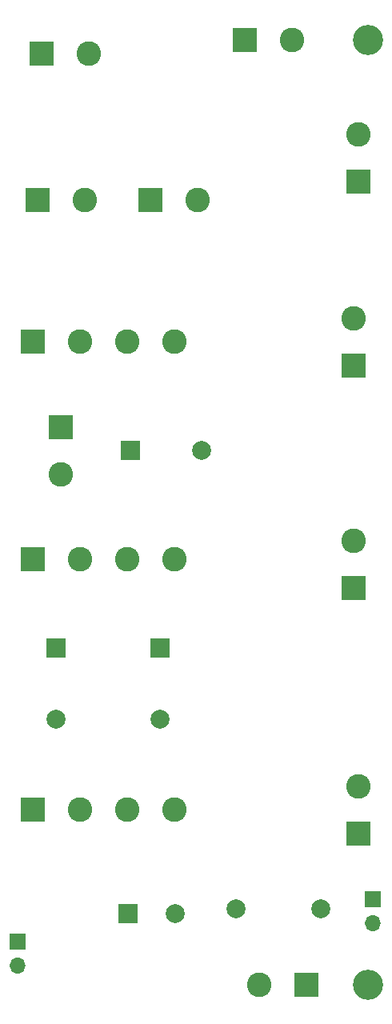
<source format=gbr>
%TF.GenerationSoftware,KiCad,Pcbnew,8.0.2*%
%TF.CreationDate,2024-06-25T22:05:52+02:00*%
%TF.ProjectId,Robo_V2.0-Stromverteilung,526f626f-5f56-4322-9e30-2d5374726f6d,rev?*%
%TF.SameCoordinates,Original*%
%TF.FileFunction,Soldermask,Bot*%
%TF.FilePolarity,Negative*%
%FSLAX46Y46*%
G04 Gerber Fmt 4.6, Leading zero omitted, Abs format (unit mm)*
G04 Created by KiCad (PCBNEW 8.0.2) date 2024-06-25 22:05:52*
%MOMM*%
%LPD*%
G01*
G04 APERTURE LIST*
%ADD10R,2.600000X2.600000*%
%ADD11C,2.600000*%
%ADD12C,3.200000*%
%ADD13R,2.000000X2.000000*%
%ADD14C,2.000000*%
%ADD15R,1.700000X1.700000*%
%ADD16O,1.700000X1.700000*%
G04 APERTURE END LIST*
D10*
%TO.C,Jetson_SW1*%
X61000000Y-93500000D03*
D11*
X66000000Y-93500000D03*
X71000000Y-93500000D03*
X76000000Y-93500000D03*
%TD*%
D10*
%TO.C,5V1*%
X95000000Y-73000000D03*
D11*
X95000000Y-68000000D03*
%TD*%
D12*
%TO.C,H1*%
X96500000Y-138500000D03*
%TD*%
D10*
%TO.C,5V_SW2*%
X61000000Y-70500000D03*
D11*
X66000000Y-70500000D03*
X71000000Y-70500000D03*
X76000000Y-70500000D03*
%TD*%
D10*
%TO.C,12V_SW1*%
X61000000Y-120000000D03*
D11*
X66000000Y-120000000D03*
X71000000Y-120000000D03*
X76000000Y-120000000D03*
%TD*%
D10*
%TO.C,Out_5V1*%
X64000000Y-79500000D03*
D11*
X64000000Y-84500000D03*
%TD*%
D13*
%TO.C,C2*%
X71382323Y-82000000D03*
D14*
X78882323Y-82000000D03*
%TD*%
D13*
%TO.C,C3*%
X74500000Y-102882323D03*
D14*
X74500000Y-110382323D03*
%TD*%
D10*
%TO.C,Output1*%
X83500000Y-38500000D03*
D11*
X88500000Y-38500000D03*
%TD*%
D10*
%TO.C,Out_12V1*%
X73500000Y-55500000D03*
D11*
X78500000Y-55500000D03*
%TD*%
D10*
%TO.C,Jetson1*%
X95000000Y-96500000D03*
D11*
X95000000Y-91500000D03*
%TD*%
D13*
%TO.C,C4*%
X63500000Y-102882323D03*
D14*
X63500000Y-110382323D03*
%TD*%
D15*
%TO.C,Input1*%
X59400000Y-133960000D03*
D16*
X59400000Y-136500000D03*
%TD*%
D14*
%TO.C,R1*%
X82500000Y-130500000D03*
X91500000Y-130500000D03*
%TD*%
D13*
%TO.C,C1*%
X71132323Y-131000000D03*
D14*
X76132323Y-131000000D03*
%TD*%
D10*
%TO.C,H-Bridge1*%
X61500000Y-55500000D03*
D11*
X66500000Y-55500000D03*
%TD*%
D10*
%TO.C,12V1*%
X95500000Y-122500000D03*
D11*
X95500000Y-117500000D03*
%TD*%
D10*
%TO.C,LoP1*%
X90000000Y-138500000D03*
D11*
X85000000Y-138500000D03*
%TD*%
D10*
%TO.C,PCA9685*%
X62000000Y-40000000D03*
D11*
X67000000Y-40000000D03*
%TD*%
D15*
%TO.C,LoP-Pins1*%
X97000000Y-129460000D03*
D16*
X97000000Y-132000000D03*
%TD*%
D10*
%TO.C,LCD1*%
X95500000Y-53500000D03*
D11*
X95500000Y-48500000D03*
%TD*%
D12*
%TO.C,H2*%
X96500000Y-38500000D03*
%TD*%
M02*

</source>
